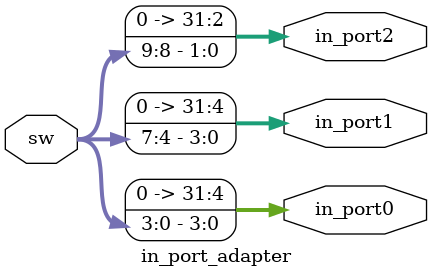
<source format=v>
module in_port_adapter(sw, in_port0, in_port1, in_port2);

	input [9:0] sw;
	output [31:0] in_port0, in_port1, in_port2;

	assign in_port0 = {28'b0, sw[3:0]};
	assign in_port1 = {28'b0, sw[7:4]};
	assign in_port2 = {30'b0, sw[9:8]};

endmodule

</source>
